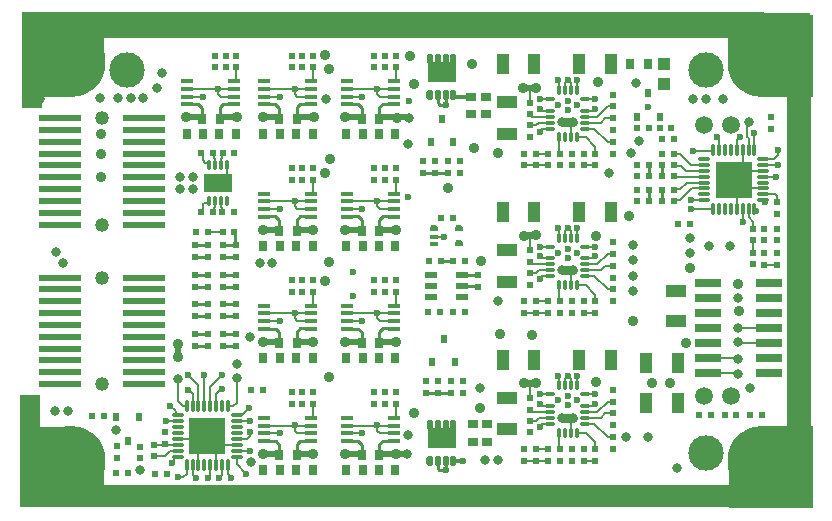
<source format=gbl>
G04 Layer_Physical_Order=10*
G04 Layer_Color=16711680*
%FSLAX25Y25*%
%MOIN*%
G70*
G01*
G75*
G04:AMPARAMS|DCode=14|XSize=11.81mil|YSize=31.5mil|CornerRadius=2.95mil|HoleSize=0mil|Usage=FLASHONLY|Rotation=270.000|XOffset=0mil|YOffset=0mil|HoleType=Round|Shape=RoundedRectangle|*
%AMROUNDEDRECTD14*
21,1,0.01181,0.02559,0,0,270.0*
21,1,0.00591,0.03150,0,0,270.0*
1,1,0.00591,-0.01280,-0.00295*
1,1,0.00591,-0.01280,0.00295*
1,1,0.00591,0.01280,0.00295*
1,1,0.00591,0.01280,-0.00295*
%
%ADD14ROUNDEDRECTD14*%
%ADD17R,0.02756X0.03543*%
%ADD31R,0.02362X0.02362*%
%ADD32R,0.02362X0.02362*%
%ADD35C,0.00787*%
%ADD36C,0.01969*%
%ADD37C,0.00984*%
%ADD39C,0.03150*%
%ADD41R,0.16535X0.24213*%
%ADD42R,0.08169X1.32795*%
%ADD43R,0.27461X0.16535*%
%ADD47C,0.04685*%
%ADD48C,0.11811*%
%ADD49C,0.23622*%
%ADD50C,0.05906*%
%ADD51C,0.03150*%
%ADD52C,0.03543*%
%ADD53C,0.02362*%
%ADD55R,0.06594X0.15354*%
%ADD56R,0.06594X0.21949*%
%ADD57R,0.06594X0.03543*%
%ADD58R,0.03543X0.06594*%
%ADD59R,0.05512X1.32795*%
%ADD60R,0.16535X0.27461*%
%ADD61R,0.25197X0.16535*%
%ADD62R,2.31299X0.04429*%
%ADD63R,2.31496X0.06299*%
%ADD64C,0.02362*%
%ADD71C,0.01181*%
%ADD76R,0.02165X0.03150*%
%ADD77R,0.03937X0.04331*%
%ADD78R,0.03150X0.03543*%
G04:AMPARAMS|DCode=79|XSize=17.72mil|YSize=35.43mil|CornerRadius=4.43mil|HoleSize=0mil|Usage=FLASHONLY|Rotation=0.000|XOffset=0mil|YOffset=0mil|HoleType=Round|Shape=RoundedRectangle|*
%AMROUNDEDRECTD79*
21,1,0.01772,0.02658,0,0,0.0*
21,1,0.00886,0.03543,0,0,0.0*
1,1,0.00886,0.00443,-0.01329*
1,1,0.00886,-0.00443,-0.01329*
1,1,0.00886,-0.00443,0.01329*
1,1,0.00886,0.00443,0.01329*
%
%ADD79ROUNDEDRECTD79*%
%ADD80R,0.09449X0.06693*%
%ADD81R,0.04331X0.06693*%
%ADD82R,0.08661X0.02559*%
G04:AMPARAMS|DCode=83|XSize=15.75mil|YSize=43.31mil|CornerRadius=3.94mil|HoleSize=0mil|Usage=FLASHONLY|Rotation=270.000|XOffset=0mil|YOffset=0mil|HoleType=Round|Shape=RoundedRectangle|*
%AMROUNDEDRECTD83*
21,1,0.01575,0.03543,0,0,270.0*
21,1,0.00787,0.04331,0,0,270.0*
1,1,0.00787,-0.01772,-0.00394*
1,1,0.00787,-0.01772,0.00394*
1,1,0.00787,0.01772,0.00394*
1,1,0.00787,0.01772,-0.00394*
%
%ADD83ROUNDEDRECTD83*%
%ADD84R,0.06693X0.04331*%
G04:AMPARAMS|DCode=85|XSize=11.81mil|YSize=31.5mil|CornerRadius=2.95mil|HoleSize=0mil|Usage=FLASHONLY|Rotation=0.000|XOffset=0mil|YOffset=0mil|HoleType=Round|Shape=RoundedRectangle|*
%AMROUNDEDRECTD85*
21,1,0.01181,0.02559,0,0,0.0*
21,1,0.00591,0.03150,0,0,0.0*
1,1,0.00591,0.00295,-0.01280*
1,1,0.00591,-0.00295,-0.01280*
1,1,0.00591,-0.00295,0.01280*
1,1,0.00591,0.00295,0.01280*
%
%ADD85ROUNDEDRECTD85*%
G04:AMPARAMS|DCode=86|XSize=10.63mil|YSize=17.72mil|CornerRadius=2.66mil|HoleSize=0mil|Usage=FLASHONLY|Rotation=0.000|XOffset=0mil|YOffset=0mil|HoleType=Round|Shape=RoundedRectangle|*
%AMROUNDEDRECTD86*
21,1,0.01063,0.01240,0,0,0.0*
21,1,0.00532,0.01772,0,0,0.0*
1,1,0.00532,0.00266,-0.00620*
1,1,0.00532,-0.00266,-0.00620*
1,1,0.00532,-0.00266,0.00620*
1,1,0.00532,0.00266,0.00620*
%
%ADD86ROUNDEDRECTD86*%
%ADD87R,0.07087X0.03937*%
%ADD88R,0.13976X0.02402*%
%ADD89R,0.03937X0.02165*%
%ADD90R,0.03150X0.01575*%
G04:AMPARAMS|DCode=91|XSize=11.81mil|YSize=39.37mil|CornerRadius=2.95mil|HoleSize=0mil|Usage=FLASHONLY|Rotation=0.000|XOffset=0mil|YOffset=0mil|HoleType=Round|Shape=RoundedRectangle|*
%AMROUNDEDRECTD91*
21,1,0.01181,0.03347,0,0,0.0*
21,1,0.00591,0.03937,0,0,0.0*
1,1,0.00591,0.00295,-0.01673*
1,1,0.00591,-0.00295,-0.01673*
1,1,0.00591,-0.00295,0.01673*
1,1,0.00591,0.00295,0.01673*
%
%ADD91ROUNDEDRECTD91*%
G04:AMPARAMS|DCode=92|XSize=11.81mil|YSize=39.37mil|CornerRadius=2.95mil|HoleSize=0mil|Usage=FLASHONLY|Rotation=90.000|XOffset=0mil|YOffset=0mil|HoleType=Round|Shape=RoundedRectangle|*
%AMROUNDEDRECTD92*
21,1,0.01181,0.03347,0,0,90.0*
21,1,0.00591,0.03937,0,0,90.0*
1,1,0.00591,0.01673,0.00295*
1,1,0.00591,0.01673,-0.00295*
1,1,0.00591,-0.01673,-0.00295*
1,1,0.00591,-0.01673,0.00295*
%
%ADD92ROUNDEDRECTD92*%
%ADD93R,0.12402X0.12402*%
%ADD94R,0.12402X0.12402*%
%ADD95R,0.09449X0.06496*%
%ADD96R,0.03543X0.02756*%
%ADD97R,2.31693X0.08957*%
%ADD98R,2.31693X0.07480*%
D14*
X160067Y110725D02*
D03*
Y112694D02*
D03*
Y114662D02*
D03*
Y116631D02*
D03*
Y120568D02*
D03*
X171879D02*
D03*
Y116631D02*
D03*
Y114662D02*
D03*
Y112694D02*
D03*
Y110725D02*
D03*
X160067Y61513D02*
D03*
Y63481D02*
D03*
Y65450D02*
D03*
Y67418D02*
D03*
Y71355D02*
D03*
X171879D02*
D03*
Y67418D02*
D03*
Y65450D02*
D03*
Y63481D02*
D03*
Y61513D02*
D03*
X160067Y12300D02*
D03*
Y14269D02*
D03*
Y16237D02*
D03*
Y18206D02*
D03*
Y22143D02*
D03*
X171879D02*
D03*
Y18206D02*
D03*
Y16237D02*
D03*
Y14269D02*
D03*
Y12300D02*
D03*
D17*
X50098Y113976D02*
D03*
X44193D02*
D03*
X75689D02*
D03*
X69784D02*
D03*
X103248D02*
D03*
X97342D02*
D03*
X75689Y76575D02*
D03*
X69784D02*
D03*
X103248D02*
D03*
X97342D02*
D03*
X75689Y39173D02*
D03*
X69784D02*
D03*
X103248D02*
D03*
X97342D02*
D03*
X75689Y1772D02*
D03*
X69784D02*
D03*
X103248D02*
D03*
X97342D02*
D03*
X192618Y132185D02*
D03*
X186713D02*
D03*
D31*
X130217Y100000D02*
D03*
Y96063D02*
D03*
X126050Y100000D02*
D03*
Y96063D02*
D03*
X117717Y100000D02*
D03*
Y96063D02*
D03*
X131102Y22638D02*
D03*
Y26575D02*
D03*
X126936Y22638D02*
D03*
Y26575D02*
D03*
X118602Y22638D02*
D03*
Y26575D02*
D03*
X121883Y100000D02*
D03*
Y96063D02*
D03*
X122769Y22638D02*
D03*
Y26575D02*
D03*
X233760Y114469D02*
D03*
Y110531D02*
D03*
X231496Y77362D02*
D03*
Y73425D02*
D03*
X235827Y77362D02*
D03*
Y73425D02*
D03*
X231496Y69291D02*
D03*
Y65354D02*
D03*
X235827D02*
D03*
Y69291D02*
D03*
X74016Y18898D02*
D03*
Y22835D02*
D03*
X101575D02*
D03*
Y18898D02*
D03*
X74016Y56299D02*
D03*
Y60236D02*
D03*
X101575D02*
D03*
Y56299D02*
D03*
X74016Y93701D02*
D03*
Y97638D02*
D03*
X101575D02*
D03*
Y93701D02*
D03*
Y131102D02*
D03*
Y135039D02*
D03*
X74016D02*
D03*
Y131102D02*
D03*
X48425D02*
D03*
Y135039D02*
D03*
X46235Y42323D02*
D03*
Y38386D02*
D03*
X55401D02*
D03*
Y42323D02*
D03*
X46235Y52132D02*
D03*
Y48195D02*
D03*
X55401D02*
D03*
Y52132D02*
D03*
X46235Y61942D02*
D03*
Y58005D02*
D03*
X55401D02*
D03*
Y61942D02*
D03*
Y67815D02*
D03*
Y71752D02*
D03*
X46235D02*
D03*
Y67815D02*
D03*
X153375Y17025D02*
D03*
Y20962D02*
D03*
Y70174D02*
D03*
Y66237D02*
D03*
Y115450D02*
D03*
Y119387D02*
D03*
X167323Y3937D02*
D03*
Y0D02*
D03*
Y49213D02*
D03*
Y53150D02*
D03*
Y102362D02*
D03*
Y98425D02*
D03*
X181102Y7874D02*
D03*
Y3937D02*
D03*
Y53150D02*
D03*
Y57087D02*
D03*
Y106299D02*
D03*
Y102362D02*
D03*
X153375Y9446D02*
D03*
Y13383D02*
D03*
Y62595D02*
D03*
Y58658D02*
D03*
Y107871D02*
D03*
Y111808D02*
D03*
X159449Y0D02*
D03*
Y3937D02*
D03*
Y53150D02*
D03*
Y49213D02*
D03*
Y98425D02*
D03*
Y102362D02*
D03*
X81102Y22835D02*
D03*
Y18898D02*
D03*
X108661D02*
D03*
Y22835D02*
D03*
X81102Y60236D02*
D03*
Y56299D02*
D03*
X108661D02*
D03*
Y60236D02*
D03*
X81102Y97638D02*
D03*
Y93701D02*
D03*
X108661D02*
D03*
Y97638D02*
D03*
Y135039D02*
D03*
Y131102D02*
D03*
X81102D02*
D03*
Y135039D02*
D03*
X55512D02*
D03*
Y131102D02*
D03*
X77559Y18898D02*
D03*
Y22835D02*
D03*
X105118D02*
D03*
Y18898D02*
D03*
X77559Y56299D02*
D03*
Y60236D02*
D03*
X105118D02*
D03*
Y56299D02*
D03*
X77559Y93701D02*
D03*
Y97638D02*
D03*
X105118D02*
D03*
Y93701D02*
D03*
Y131102D02*
D03*
Y135039D02*
D03*
X77559D02*
D03*
Y131102D02*
D03*
X51968D02*
D03*
Y135039D02*
D03*
X41769Y42323D02*
D03*
Y38386D02*
D03*
X50935D02*
D03*
Y42323D02*
D03*
X41769Y52132D02*
D03*
Y48195D02*
D03*
X50935D02*
D03*
Y52132D02*
D03*
X41769Y61942D02*
D03*
Y58005D02*
D03*
X50935D02*
D03*
Y61942D02*
D03*
Y67815D02*
D03*
Y71752D02*
D03*
X41769D02*
D03*
Y67815D02*
D03*
X181102Y23622D02*
D03*
Y19685D02*
D03*
Y68898D02*
D03*
Y72835D02*
D03*
Y122047D02*
D03*
Y118110D02*
D03*
X155512Y3937D02*
D03*
Y0D02*
D03*
Y49213D02*
D03*
Y53150D02*
D03*
Y102362D02*
D03*
Y98425D02*
D03*
X163386Y0D02*
D03*
Y3937D02*
D03*
Y53150D02*
D03*
Y49213D02*
D03*
Y98425D02*
D03*
Y102362D02*
D03*
X171260Y0D02*
D03*
Y3937D02*
D03*
Y53150D02*
D03*
Y49213D02*
D03*
Y98425D02*
D03*
Y102362D02*
D03*
X135925Y58071D02*
D03*
Y62008D02*
D03*
X175197Y0D02*
D03*
Y3937D02*
D03*
Y53150D02*
D03*
Y49213D02*
D03*
Y98425D02*
D03*
Y102362D02*
D03*
X181102Y15748D02*
D03*
Y11811D02*
D03*
Y61024D02*
D03*
Y64961D02*
D03*
Y114173D02*
D03*
Y110236D02*
D03*
X151575Y3937D02*
D03*
Y0D02*
D03*
Y49213D02*
D03*
Y53150D02*
D03*
Y102362D02*
D03*
Y98425D02*
D03*
X235827Y86122D02*
D03*
Y82185D02*
D03*
X23425Y787D02*
D03*
Y4724D02*
D03*
X15650Y4823D02*
D03*
Y886D02*
D03*
X227854Y69390D02*
D03*
Y65453D02*
D03*
X227756Y77362D02*
D03*
Y73425D02*
D03*
X31693Y9646D02*
D03*
Y5709D02*
D03*
X28150Y5413D02*
D03*
Y1476D02*
D03*
D32*
X47736Y102559D02*
D03*
X43799D02*
D03*
Y82874D02*
D03*
X47736D02*
D03*
X50886D02*
D03*
X54823D02*
D03*
X54921Y102559D02*
D03*
X50984D02*
D03*
X201378Y107087D02*
D03*
X197441D02*
D03*
X202854Y79035D02*
D03*
X206791D02*
D03*
X7480Y14764D02*
D03*
X11417D02*
D03*
X218307Y15354D02*
D03*
X222244D02*
D03*
X213779Y15354D02*
D03*
X209842D02*
D03*
X230709Y15354D02*
D03*
X226772D02*
D03*
X131595Y66437D02*
D03*
X127657D02*
D03*
X193110Y86417D02*
D03*
X189173D02*
D03*
X201378D02*
D03*
X197441D02*
D03*
X193110Y90158D02*
D03*
X189173D02*
D03*
X201378D02*
D03*
X197441D02*
D03*
X193110Y94882D02*
D03*
X189173D02*
D03*
X201378D02*
D03*
X197441D02*
D03*
Y102362D02*
D03*
X201378D02*
D03*
Y98622D02*
D03*
X197441D02*
D03*
X193110D02*
D03*
X189173D02*
D03*
X42224Y76279D02*
D03*
X46161D02*
D03*
X15453Y-4232D02*
D03*
X19390D02*
D03*
X60335Y23720D02*
D03*
X64272D02*
D03*
X127756Y80807D02*
D03*
X123819D02*
D03*
X119685Y66437D02*
D03*
X123622D02*
D03*
X119587Y49705D02*
D03*
X123524D02*
D03*
X54921Y76279D02*
D03*
X50984D02*
D03*
X127657Y49705D02*
D03*
X131595D02*
D03*
X196653Y110925D02*
D03*
X200590D02*
D03*
X189173Y110925D02*
D03*
X193110D02*
D03*
X28346Y-4331D02*
D03*
X32283D02*
D03*
D35*
X231496Y65354D02*
X235827D01*
X49409Y123917D02*
X54921D01*
X102559D02*
X108071D01*
X75000D02*
X80512D01*
X20866Y33465D02*
X24626D01*
X18996Y37402D02*
X24626D01*
X34547Y1378D02*
X36024D01*
X37894Y-5512D02*
X38976Y-4429D01*
Y-1575D01*
X40945Y-4626D02*
X41831Y-5512D01*
X40945Y-4626D02*
Y-1575D01*
X32185Y13189D02*
X36024D01*
X33563Y18307D02*
X35433Y16437D01*
Y15157D02*
Y16437D01*
Y15157D02*
X36024D01*
X35925Y27362D02*
X36122Y27165D01*
Y19882D02*
Y27165D01*
Y19882D02*
X37894Y18110D01*
X38976D01*
X28150Y1476D02*
X31594D01*
X33465Y3347D01*
X36024D01*
X28248Y5315D02*
X36024D01*
X42913Y-1575D02*
Y5315D01*
X36024Y7283D02*
X44882D01*
X236122Y101969D02*
Y103445D01*
X234744Y100591D02*
X236122Y101969D01*
X231201Y100591D02*
X234744D01*
X155020Y123917D02*
X155315D01*
X153375Y20962D02*
Y25858D01*
Y74705D02*
X155315D01*
X153375Y70174D02*
Y74705D01*
X224311Y79429D02*
Y83858D01*
X227854Y69390D02*
Y73327D01*
X227756Y77362D02*
Y79626D01*
X226279Y81102D02*
X227756Y79626D01*
X226279Y81102D02*
Y83858D01*
X231201Y94685D02*
X235236D01*
X222342Y106988D02*
X223327Y107972D01*
X222342Y103543D02*
Y106988D01*
X224311Y96653D02*
Y103543D01*
X221358Y93701D02*
X224311Y96653D01*
X231201D01*
X235827Y85532D02*
Y88090D01*
X235138Y88779D02*
X235827Y88090D01*
X231201Y88779D02*
X235138D01*
X222342Y83858D02*
Y92716D01*
X224311Y90748D02*
X231201D01*
X55709Y13189D02*
X60335D01*
X59646Y17421D02*
Y17618D01*
X57382Y15157D02*
X59646Y17421D01*
X55709Y15157D02*
X57382D01*
X48819Y5315D02*
X55709D01*
X45866Y8268D02*
X48819Y5315D01*
Y-1575D02*
Y5315D01*
X64764Y9154D02*
X70177D01*
X55709Y19291D02*
Y27657D01*
X54528Y18110D02*
X55709Y19291D01*
X52756Y18110D02*
X54528D01*
X55709Y-1181D02*
X58858Y-4331D01*
X55709Y-1181D02*
Y1378D01*
X52756Y-4528D02*
X53839Y-5610D01*
X52756Y-4528D02*
Y-1575D01*
X49803Y-5610D02*
X50787Y-4626D01*
Y-1575D01*
X153375Y119387D02*
Y124114D01*
X179331Y68898D02*
X181102D01*
X155512Y102362D02*
X159449D01*
X155512Y53150D02*
X159449D01*
X155512Y3937D02*
X159449D01*
X163020Y53515D02*
Y58560D01*
X166957Y111249D02*
X168110Y112402D01*
X166957Y107773D02*
Y111249D01*
X163020Y102728D02*
Y107773D01*
X155512Y98425D02*
X159449D01*
X151575D02*
X155512D01*
X156595Y109744D02*
X157576Y110725D01*
X160067D01*
X156296Y112694D02*
X160067D01*
X155410Y111808D02*
X156296Y112694D01*
X153375Y111808D02*
X155410D01*
X179331Y118110D02*
X181102D01*
X175883Y114662D02*
X179331Y118110D01*
X171879Y114662D02*
X175883D01*
X178543Y114173D02*
X181102D01*
X177064Y112694D02*
X178543Y114173D01*
X171879Y112694D02*
X177064D01*
X179331Y106299D02*
X181102D01*
X174905Y110725D02*
X179331Y106299D01*
X171879Y110725D02*
X174905D01*
X175197Y102362D02*
Y104626D01*
X172050Y107773D02*
X175197Y104626D01*
X168926Y107773D02*
X172050D01*
X154162Y114662D02*
X160067D01*
X164989Y125815D02*
X165945Y126772D01*
X164989Y123521D02*
Y125815D01*
X165945Y126772D02*
X166957Y125759D01*
Y123521D02*
Y125759D01*
X168926Y123521D02*
Y126504D01*
X163020Y123521D02*
Y126448D01*
X157385Y116631D02*
X160067D01*
X171879D02*
X174505D01*
X171879Y120568D02*
X175194D01*
X156696D02*
X160067D01*
X166957Y62036D02*
X168110Y63189D01*
X166957Y58560D02*
Y62036D01*
X155512Y49213D02*
X159449D01*
X151575D02*
X155512D01*
X156595Y60532D02*
X157576Y61513D01*
X160067D01*
X156296Y63481D02*
X160067D01*
X155410Y62595D02*
X156296Y63481D01*
X153375Y62595D02*
X155410D01*
X175883Y65450D02*
X179331Y68898D01*
X171879Y65450D02*
X175883D01*
X178543Y64961D02*
X181102D01*
X177064Y63481D02*
X178543Y64961D01*
X171879Y63481D02*
X177064D01*
X179331Y57087D02*
X181102D01*
X174905Y61513D02*
X179331Y57087D01*
X171879Y61513D02*
X174905D01*
X175197Y53150D02*
Y55413D01*
X172050Y58560D02*
X175197Y55413D01*
X168926Y58560D02*
X172050D01*
X154162Y65450D02*
X160067D01*
X164989Y76603D02*
X165945Y77559D01*
X164989Y74308D02*
Y76603D01*
X165945Y77559D02*
X166957Y76547D01*
Y74308D02*
Y76547D01*
X168926Y74308D02*
Y77292D01*
X163020Y74308D02*
Y77236D01*
X157385Y67418D02*
X160067D01*
X171879D02*
X174505D01*
X171879Y71355D02*
X175194D01*
X156696D02*
X160067D01*
X39173Y121358D02*
X44390D01*
X50295D02*
X54921D01*
X39173Y123917D02*
X49409D01*
Y124016D01*
Y122244D02*
Y123917D01*
Y122244D02*
X50295Y121358D01*
X55512Y127067D02*
Y131102D01*
X54921Y126476D02*
X55512Y127067D01*
X64764Y121358D02*
X69980D01*
X75886D02*
X80512D01*
X75000Y123917D02*
Y124016D01*
X64764Y123917D02*
X75000D01*
Y122244D02*
Y123917D01*
Y122244D02*
X75886Y121358D01*
X81102Y127067D02*
Y131102D01*
X80512Y126476D02*
X81102Y127067D01*
X92323Y121358D02*
X97539D01*
X103445D02*
X108071D01*
X102559Y123917D02*
Y124016D01*
X92323Y123917D02*
X102559D01*
Y122244D02*
Y123917D01*
Y122244D02*
X103445Y121358D01*
X108661Y127067D02*
Y131102D01*
X108071Y126476D02*
X108661Y127067D01*
X64764Y83957D02*
X69980D01*
X75000Y86516D02*
X80512D01*
X75886Y83957D02*
X80512D01*
X75000Y86516D02*
Y86614D01*
X64764Y86516D02*
X75000D01*
Y84842D02*
Y86516D01*
Y84842D02*
X75886Y83957D01*
X81102Y89665D02*
Y93701D01*
X80512Y89075D02*
X81102Y89665D01*
X92323Y83957D02*
X97539D01*
X102559Y86516D02*
X108071D01*
X103445Y83957D02*
X108071D01*
X102559Y86516D02*
Y86614D01*
X92323Y86516D02*
X102559D01*
Y84842D02*
Y86516D01*
Y84842D02*
X103445Y83957D01*
X108661Y89665D02*
Y93701D01*
X108071Y89075D02*
X108661Y89665D01*
X92323Y46555D02*
X97539D01*
X102559Y49114D02*
X108071D01*
X103445Y46555D02*
X108071D01*
X102559Y47441D02*
X103445Y46555D01*
X102559Y49114D02*
Y49213D01*
X92323Y49114D02*
X102559D01*
Y47441D02*
Y49114D01*
X108661Y52264D02*
Y56299D01*
X108071Y51673D02*
X108661Y52264D01*
X64764Y46555D02*
X69980D01*
X75000Y49114D02*
X80512D01*
X75886Y46555D02*
X80512D01*
X75000Y47441D02*
X75886Y46555D01*
X75000Y49114D02*
Y49213D01*
Y47441D02*
Y49114D01*
X64764D02*
X75000D01*
X81102Y52264D02*
Y56299D01*
X80512Y51673D02*
X81102Y52264D01*
X75000Y11713D02*
X80512D01*
X75886Y9154D02*
X80512D01*
X75000Y11713D02*
Y11811D01*
X64764Y11713D02*
X75000D01*
Y10039D02*
Y11713D01*
Y10039D02*
X75886Y9154D01*
X81102Y14862D02*
Y18898D01*
X80512Y14272D02*
X81102Y14862D01*
X108071Y14272D02*
X108661Y14862D01*
Y18898D01*
X92323Y9154D02*
X97539D01*
X102559Y11713D02*
X108071D01*
X92323D02*
X102559D01*
Y11811D01*
Y10039D02*
Y11713D01*
Y10039D02*
X103445Y9154D01*
X108071D01*
X-6988Y41339D02*
X-3366D01*
Y45276D02*
X-3347D01*
X-394Y49311D02*
X-295Y49213D01*
X-3366D02*
X-295D01*
X-3366Y53150D02*
X0D01*
X24626Y37402D02*
X27953D01*
X24626Y33465D02*
X29921D01*
X44882Y18110D02*
Y28445D01*
X48819Y18110D02*
Y22244D01*
X50394Y23819D01*
X46850Y18110D02*
Y24705D01*
X50394Y28248D01*
Y23819D02*
X50591D01*
X50689D01*
X50394Y28248D02*
X50591D01*
X38976Y23819D02*
X39272D01*
X40945Y22146D01*
Y18110D02*
Y22146D01*
X38976Y28248D02*
X39862D01*
X42913Y25197D01*
Y18110D02*
Y25197D01*
X201476Y94685D02*
X211516D01*
X207579Y103150D02*
X214567D01*
X216437Y103543D02*
Y107382D01*
X215846Y107972D02*
X216437Y107382D01*
X207087Y83858D02*
X214469D01*
X207087Y86811D02*
X211516D01*
X201378Y102362D02*
X203445D01*
X207185Y98622D01*
X211516D01*
X201378Y98327D02*
X203642D01*
X205315Y96653D01*
X211516D01*
X203543Y90551D02*
X205709Y92716D01*
X211516D01*
X203346Y86811D02*
X207283Y90748D01*
X211516D01*
X201378Y86811D02*
X203346D01*
X201378Y90551D02*
X203543D01*
X156696Y22143D02*
X160067D01*
X171879D02*
X175194D01*
X171879Y18206D02*
X174505D01*
X157385D02*
X160067D01*
X163020Y25095D02*
Y28023D01*
X168926Y25095D02*
Y28079D01*
X166957Y25095D02*
Y27334D01*
X165945Y28346D02*
X166957Y27334D01*
X164989Y25095D02*
Y27390D01*
X165945Y28346D01*
X154162Y16237D02*
X160067D01*
X168926Y9347D02*
X172050D01*
X175197Y6201D01*
Y3937D02*
Y6201D01*
X171879Y12300D02*
X174905D01*
X179331Y7874D01*
X181102D01*
X171879Y14269D02*
X177064D01*
X178543Y15748D01*
X181102D01*
X171879Y16237D02*
X175883D01*
X179331Y19685D01*
X181102D01*
X153375Y13383D02*
X155410D01*
X156296Y14269D01*
X160067D01*
X157576Y12300D02*
X160067D01*
X156595Y11319D02*
X157576Y12300D01*
X151575Y0D02*
X155512D01*
X159449D01*
X163020Y4303D02*
Y9347D01*
X166957D02*
Y12823D01*
X168110Y13976D01*
X121358Y74705D02*
X124803D01*
X228248Y103543D02*
Y109055D01*
X228248Y109055D02*
X228248Y109055D01*
X231201Y98622D02*
X236122D01*
X171260Y98425D02*
X175197D01*
X171260Y49213D02*
X175197D01*
X171260Y0D02*
X175197D01*
X226279Y103543D02*
Y107480D01*
X225886Y107874D02*
X226279Y107480D01*
X225886Y107874D02*
Y112697D01*
X55709Y3347D02*
X59842D01*
X60236Y3740D01*
X212598Y34095D02*
X222697D01*
X222835Y44094D02*
X233071D01*
X222756Y39094D02*
X233071D01*
X-3366Y57087D02*
X1476D01*
X1575D01*
X212598Y29094D02*
X222776D01*
X46850Y-4724D02*
Y-1575D01*
X45965Y-5610D02*
X46850Y-4724D01*
X36024Y-5512D02*
X37894D01*
X34547Y1378D02*
X34744Y1181D01*
X34252Y-886D02*
X34744Y-394D01*
Y1181D01*
X55709Y7283D02*
X59252D01*
X60138Y8169D01*
Y9252D01*
X50591Y100886D02*
Y102165D01*
X46161Y76279D02*
X50984D01*
X52264Y94291D02*
Y98327D01*
X50295Y100591D02*
X50591Y100886D01*
X50295Y98524D02*
Y100591D01*
X48031Y100886D02*
Y102264D01*
Y100886D02*
X48327Y100591D01*
Y98524D02*
Y100591D01*
X44291Y100197D02*
Y102067D01*
Y100197D02*
X45177Y99311D01*
X46260Y99311D01*
X48031Y83169D02*
Y84449D01*
X48327Y84744D01*
Y86713D01*
X50295Y84744D02*
Y86221D01*
Y84744D02*
X50591Y84449D01*
Y83169D02*
Y84449D01*
X44291Y83366D02*
Y85433D01*
X44882Y86024D01*
X46358Y86024D01*
D36*
X151181Y124311D02*
X155315D01*
X36122Y34744D02*
Y38780D01*
X76181Y114469D02*
X76378Y114272D01*
X103740Y39665D02*
X108661D01*
X103740Y77067D02*
X108661D01*
Y2264D02*
X112500D01*
X103740D02*
X108661D01*
Y114469D02*
X108760Y114567D01*
X103740Y114469D02*
X108661D01*
X39075D02*
X43701D01*
X64665D02*
X69291D01*
X92224D02*
X96850D01*
X76181Y77067D02*
X81102D01*
X64665D02*
X69291D01*
X92224D02*
X96850D01*
X92224Y39665D02*
X96850D01*
X76181D02*
X81102D01*
X64665D02*
X69291D01*
X76181Y2264D02*
X81102D01*
X64665D02*
X69291D01*
X92224D02*
X96850D01*
X108760Y114567D02*
X112303D01*
X50590Y114469D02*
X50689Y114567D01*
X55807D01*
X76673D02*
X81398D01*
X76378Y114272D02*
X76673Y114567D01*
D37*
X123524Y118602D02*
X125295D01*
X122736Y119390D02*
X123524Y118602D01*
X125295Y119390D02*
Y121949D01*
X96161Y6594D02*
X97342Y5413D01*
X92323Y6594D02*
X96161D01*
Y43996D02*
X97342Y42815D01*
X92323Y43996D02*
X96161D01*
X68602D02*
X69784Y42815D01*
X64764Y43996D02*
X68602D01*
Y6594D02*
X69784Y5413D01*
X64764Y6594D02*
X68602D01*
X123228Y-3150D02*
X125295D01*
X122736Y-2657D02*
X123228Y-3150D01*
X123622Y66437D02*
X127657D01*
X130709Y58169D02*
X135827D01*
X130709Y61910D02*
X135827D01*
X44193Y113976D02*
Y117618D01*
X42815Y118996D02*
X44193Y117618D01*
X39370Y118996D02*
X42815D01*
X39173Y118799D02*
X39370Y118996D01*
X51181Y118898D02*
X54823D01*
X50098Y117815D02*
X51181Y118898D01*
X50098Y113976D02*
Y117815D01*
X69784Y113976D02*
Y117618D01*
X68405Y118996D02*
X69784Y117618D01*
X64961Y118996D02*
X68405D01*
X64764Y118799D02*
X64961Y118996D01*
X76772Y118898D02*
X80413D01*
X75689Y117815D02*
X76772Y118898D01*
X75689Y113976D02*
Y117815D01*
X97342Y113976D02*
Y117618D01*
X95965Y118996D02*
X97342Y117618D01*
X92520Y118996D02*
X95965D01*
X92323Y118799D02*
X92520Y118996D01*
X104331Y118898D02*
X107973D01*
X103248Y117815D02*
X104331Y118898D01*
X103248Y113976D02*
Y117815D01*
X69784Y76575D02*
Y80216D01*
X68405Y81595D02*
X69784Y80216D01*
X64961Y81595D02*
X68405D01*
X64764Y81398D02*
X64961Y81595D01*
X76772Y81496D02*
X80413D01*
X75689Y80413D02*
X76772Y81496D01*
X75689Y76575D02*
Y80413D01*
X97342Y76575D02*
Y80216D01*
X95965Y81595D02*
X97342Y80216D01*
X92520Y81595D02*
X95965D01*
X92323Y81398D02*
X92520Y81595D01*
X104331Y81496D02*
X107973D01*
X103248Y80413D02*
X104331Y81496D01*
X103248Y76575D02*
Y80413D01*
X97342Y39173D02*
Y42815D01*
X104331Y44094D02*
X107973D01*
X103248Y43012D02*
X104331Y44094D01*
X103248Y39173D02*
Y43012D01*
X69784Y39173D02*
Y42815D01*
X76772Y44094D02*
X80413D01*
X75689Y43012D02*
X76772Y44094D01*
X75689Y39173D02*
Y43012D01*
X69784Y1772D02*
Y5413D01*
X76772Y6693D02*
X80413D01*
X75689Y5610D02*
X76772Y6693D01*
X75689Y1772D02*
Y5610D01*
X104331Y6693D02*
X107973D01*
X103248Y5610D02*
X104331Y6693D01*
X103248Y1772D02*
Y5610D01*
X97342Y1772D02*
Y5413D01*
X41769Y67815D02*
X46235D01*
X50935D02*
X55401D01*
X50935Y58005D02*
X55401D01*
X41769D02*
X46235D01*
X41769Y48195D02*
X46235D01*
X50935D02*
X55401D01*
X50935Y38386D02*
X55401D01*
X41769D02*
X46235D01*
X41769Y71752D02*
X46235D01*
X50935D02*
X55204D01*
X50935Y61942D02*
X55401D01*
X41769D02*
X46235D01*
X50935Y52132D02*
X55401D01*
X50935Y42323D02*
X55401D01*
X41769D02*
X46235D01*
X41769Y52132D02*
X46235D01*
X193110Y94882D02*
Y98622D01*
X193110Y86417D02*
Y90158D01*
X197441Y94882D02*
Y98622D01*
X197441Y86417D02*
Y90158D01*
X122736Y-2657D02*
Y-98D01*
X125295Y-3150D02*
Y-98D01*
X122736Y119390D02*
Y121949D01*
X118602Y22638D02*
X122769D01*
X126936D01*
X117717Y96063D02*
X121883D01*
X126050D01*
X55204Y71752D02*
Y75800D01*
D39*
X164173Y112795D02*
X167815D01*
X164173Y63583D02*
X167815D01*
X164173Y14370D02*
X167815D01*
D41*
X-8366Y-689D02*
D03*
Y-3248D02*
D03*
D42*
X243160Y66476D02*
D03*
D43*
X-2116Y-7185D02*
D03*
Y141240D02*
D03*
X233317Y-7579D02*
D03*
X233219Y141043D02*
D03*
D47*
X10630Y61024D02*
D03*
Y25591D02*
D03*
Y78740D02*
D03*
Y114173D02*
D03*
D48*
X19153Y130177D02*
D03*
X212067Y2618D02*
D03*
Y130177D02*
D03*
D49*
X231221Y0D02*
D03*
Y132795D02*
D03*
X0D02*
D03*
Y0D02*
D03*
D50*
X220295Y111909D02*
D03*
Y21437D02*
D03*
X211398D02*
D03*
Y111909D02*
D03*
D51*
X222835Y54134D02*
D03*
X202362Y-2461D02*
D03*
X187697Y61516D02*
D03*
X136811Y24114D02*
D03*
X138484Y197D02*
D03*
X10039Y120965D02*
D03*
X16240Y120768D02*
D03*
X20374Y120866D02*
D03*
X59941Y41240D02*
D03*
X220079Y71653D02*
D03*
X213189Y71555D02*
D03*
X189862Y106693D02*
D03*
X55709Y32087D02*
D03*
X35925Y27362D02*
D03*
X55709Y27657D02*
D03*
X222736Y39469D02*
D03*
X222835Y33858D02*
D03*
X24508Y120866D02*
D03*
X67323Y65945D02*
D03*
X63386D02*
D03*
X112500Y2264D02*
D03*
X212008Y120571D02*
D03*
X207874D02*
D03*
X167815Y112795D02*
D03*
X164173D02*
D03*
X167815Y63583D02*
D03*
X164173D02*
D03*
X142913Y53347D02*
D03*
X-689Y16535D02*
D03*
X28937Y124213D02*
D03*
X217618Y120571D02*
D03*
X14469Y142421D02*
D03*
X-4823Y16634D02*
D03*
X15453Y10236D02*
D03*
X212008Y-9744D02*
D03*
X240945Y113189D02*
D03*
X217421Y142421D02*
D03*
X-9744Y120669D02*
D03*
X240846Y12598D02*
D03*
X142717Y197D02*
D03*
X164173Y14370D02*
D03*
X167815D02*
D03*
X192815Y7874D02*
D03*
X188779Y125787D02*
D03*
X187697Y56673D02*
D03*
Y66923D02*
D03*
X187008Y102461D02*
D03*
X206693Y74213D02*
D03*
X179626Y95965D02*
D03*
X187697Y72047D02*
D03*
X112795Y8465D02*
D03*
X85433Y120571D02*
D03*
X30610Y129232D02*
D03*
X112992Y114370D02*
D03*
X226378Y112992D02*
D03*
X122343Y142421D02*
D03*
X23327Y-3248D02*
D03*
X60532Y-492D02*
D03*
X226673Y24409D02*
D03*
X222835Y44094D02*
D03*
X-4626Y69587D02*
D03*
X-2165Y65847D02*
D03*
X185433Y7874D02*
D03*
X206693Y69193D02*
D03*
X222835Y29035D02*
D03*
X184646Y142618D02*
D03*
X40945Y90551D02*
D03*
X36909Y90453D02*
D03*
X40945Y94488D02*
D03*
X36909D02*
D03*
X10925Y-9744D02*
D03*
X112795Y105512D02*
D03*
D52*
X222933Y50000D02*
D03*
X86614Y100689D02*
D03*
X85138Y95866D02*
D03*
X222835Y58858D02*
D03*
X36122Y38780D02*
D03*
X108661Y39665D02*
D03*
Y77067D02*
D03*
X176181Y126181D02*
D03*
X10531Y109055D02*
D03*
Y102264D02*
D03*
X205315Y39272D02*
D03*
X200098Y25886D02*
D03*
X36122Y34744D02*
D03*
X134843Y104134D02*
D03*
X142913Y102559D02*
D03*
X155315Y124311D02*
D03*
X175295Y75000D02*
D03*
X155315Y75098D02*
D03*
X38681Y114469D02*
D03*
X64272D02*
D03*
X91831D02*
D03*
X81102Y77067D02*
D03*
X64272D02*
D03*
X91831D02*
D03*
Y39665D02*
D03*
X81102D02*
D03*
X64272D02*
D03*
X81102Y2264D02*
D03*
X64272D02*
D03*
X91831D02*
D03*
X108661D02*
D03*
X143307Y42323D02*
D03*
X133957Y132283D02*
D03*
X86319Y66240D02*
D03*
X113287Y135039D02*
D03*
X155315Y25886D02*
D03*
X175295Y26181D02*
D03*
X154134Y41831D02*
D03*
X194193Y25886D02*
D03*
X187697Y46654D02*
D03*
X206693Y64173D02*
D03*
X114862Y15748D02*
D03*
Y125689D02*
D03*
X55807Y114469D02*
D03*
X81398Y114567D02*
D03*
X109153Y114370D02*
D03*
X151181Y124311D02*
D03*
X137106Y66732D02*
D03*
X151378Y25886D02*
D03*
X151279Y75000D02*
D03*
X10433Y94587D02*
D03*
X84941Y59941D02*
D03*
X86417Y130610D02*
D03*
X85236Y135236D02*
D03*
X186516Y81595D02*
D03*
X136811Y17618D02*
D03*
X86319Y27953D02*
D03*
X126083Y90847D02*
D03*
D53*
X192913Y117815D02*
D03*
X112992Y119980D02*
D03*
X112795Y87894D02*
D03*
X125295Y-3051D02*
D03*
X27067Y45276D02*
D03*
X25098Y41339D02*
D03*
X20866Y33465D02*
D03*
X18996Y37402D02*
D03*
X28346D02*
D03*
X18996Y25591D02*
D03*
X29921Y29528D02*
D03*
X125295Y118602D02*
D03*
X28346Y-4331D02*
D03*
X32283Y-4331D02*
D03*
X42028Y-5610D02*
D03*
X32185Y13189D02*
D03*
X33563Y18307D02*
D03*
X31693Y9646D02*
D03*
X28150Y1476D02*
D03*
X154331Y133268D02*
D03*
X15650Y886D02*
D03*
Y4823D02*
D03*
X15551Y14469D02*
D03*
X23031D02*
D03*
X19291Y6594D02*
D03*
X23425Y787D02*
D03*
Y4724D02*
D03*
X192913Y122441D02*
D03*
X196653Y114272D02*
D03*
X224311Y79429D02*
D03*
X202854Y19291D02*
D03*
Y32480D02*
D03*
X192224D02*
D03*
Y19291D02*
D03*
X227756Y73425D02*
D03*
X227854Y65453D02*
D03*
X223425Y108071D02*
D03*
X235433Y94685D02*
D03*
X225689Y98130D02*
D03*
X207874Y103150D02*
D03*
X216831Y89173D02*
D03*
X236122Y98622D02*
D03*
X228839Y83169D02*
D03*
X231890Y86221D02*
D03*
X235827Y82185D02*
D03*
Y86122D02*
D03*
X189173Y110925D02*
D03*
X196653Y110925D02*
D03*
X200590D02*
D03*
X193110Y110925D02*
D03*
X189173Y114272D02*
D03*
X59646Y17618D02*
D03*
X41634Y4035D02*
D03*
X50098Y12402D02*
D03*
X70177Y9154D02*
D03*
X60236Y3150D02*
D03*
X60039Y13287D02*
D03*
X58858Y-4331D02*
D03*
X21654Y57087D02*
D03*
X49803Y-5610D02*
D03*
X53839D02*
D03*
X26772Y114173D02*
D03*
X30217D02*
D03*
X2067D02*
D03*
X181102Y68898D02*
D03*
X167323Y102362D02*
D03*
Y98425D02*
D03*
X163386D02*
D03*
X167323Y49213D02*
D03*
Y53150D02*
D03*
X163386D02*
D03*
Y49213D02*
D03*
X168996Y118602D02*
D03*
X162894D02*
D03*
X163386Y102362D02*
D03*
X156595Y109744D02*
D03*
X175197Y102362D02*
D03*
X165945Y126772D02*
D03*
X144291Y132087D02*
D03*
X175197Y120571D02*
D03*
X169193Y126772D02*
D03*
X153375Y107871D02*
D03*
Y115450D02*
D03*
Y111808D02*
D03*
X165973Y116847D02*
D03*
Y119879D02*
D03*
X162697Y126772D02*
D03*
X181102Y122047D02*
D03*
Y118110D02*
D03*
Y102362D02*
D03*
Y106299D02*
D03*
Y110236D02*
D03*
Y114173D02*
D03*
X151575Y102362D02*
D03*
X159449D02*
D03*
X155512Y98425D02*
D03*
X171260Y102362D02*
D03*
Y98425D02*
D03*
X156693Y120571D02*
D03*
Y117323D02*
D03*
X175197D02*
D03*
X145669Y108858D02*
D03*
Y119488D02*
D03*
X180512Y132087D02*
D03*
X169882D02*
D03*
X168996Y69390D02*
D03*
X162894D02*
D03*
X156595Y60532D02*
D03*
X175197Y53150D02*
D03*
X165945Y77559D02*
D03*
X144291Y82874D02*
D03*
X154921D02*
D03*
X175197Y71358D02*
D03*
X169193Y77559D02*
D03*
X153375Y58658D02*
D03*
Y66237D02*
D03*
Y62595D02*
D03*
X165973Y67635D02*
D03*
Y70666D02*
D03*
X162697Y77559D02*
D03*
X181102Y72835D02*
D03*
Y53150D02*
D03*
Y57087D02*
D03*
Y61024D02*
D03*
Y64961D02*
D03*
X151575Y53150D02*
D03*
X159449D02*
D03*
X155512Y49213D02*
D03*
X171260Y53150D02*
D03*
Y49213D02*
D03*
X156693Y71358D02*
D03*
Y68110D02*
D03*
X175197D02*
D03*
X145669Y59646D02*
D03*
Y70276D02*
D03*
X180512Y82874D02*
D03*
X169882D02*
D03*
X108661Y22835D02*
D03*
X48425Y135039D02*
D03*
Y131102D02*
D03*
X49902Y109055D02*
D03*
X55413D02*
D03*
X44488Y109055D02*
D03*
X38976D02*
D03*
X55512Y131102D02*
D03*
Y135039D02*
D03*
X51968D02*
D03*
Y131102D02*
D03*
X44390Y121358D02*
D03*
X49409Y124016D02*
D03*
X74016Y135039D02*
D03*
Y131102D02*
D03*
X75492Y109055D02*
D03*
X81004D02*
D03*
X70079Y109055D02*
D03*
X64567D02*
D03*
X81102Y131102D02*
D03*
Y135039D02*
D03*
X77559D02*
D03*
Y131102D02*
D03*
X69980Y121358D02*
D03*
X75000Y124016D02*
D03*
X101575Y135039D02*
D03*
Y131102D02*
D03*
X103051Y109055D02*
D03*
X108563D02*
D03*
X97638Y109055D02*
D03*
X92126D02*
D03*
X108661Y131102D02*
D03*
Y135039D02*
D03*
X105118D02*
D03*
Y131102D02*
D03*
X97539Y121358D02*
D03*
X102559Y124016D02*
D03*
X74016Y97638D02*
D03*
Y93701D02*
D03*
X75492Y71653D02*
D03*
X81004D02*
D03*
X70079Y71653D02*
D03*
X64567D02*
D03*
X81102Y93701D02*
D03*
Y97638D02*
D03*
X77559D02*
D03*
Y93701D02*
D03*
X69980Y83957D02*
D03*
X75000Y86614D02*
D03*
X101575Y97638D02*
D03*
Y93701D02*
D03*
X103051Y71653D02*
D03*
X108563D02*
D03*
X97638Y71653D02*
D03*
X92126D02*
D03*
X108661Y93701D02*
D03*
Y97638D02*
D03*
X105118D02*
D03*
Y93701D02*
D03*
X97539Y83957D02*
D03*
X102559Y86614D02*
D03*
X101575Y60236D02*
D03*
Y56299D02*
D03*
X103051Y34252D02*
D03*
X108563D02*
D03*
X97638Y34252D02*
D03*
X92126D02*
D03*
X108661Y56299D02*
D03*
Y60236D02*
D03*
X105118D02*
D03*
Y56299D02*
D03*
X97539Y46555D02*
D03*
X102559Y49213D02*
D03*
X74016Y60236D02*
D03*
Y56299D02*
D03*
X75492Y34252D02*
D03*
X81004D02*
D03*
X70079Y34252D02*
D03*
X64567D02*
D03*
X81102Y56299D02*
D03*
Y60236D02*
D03*
X77559D02*
D03*
Y56299D02*
D03*
X69980Y46555D02*
D03*
X75000Y49213D02*
D03*
X74016Y22835D02*
D03*
Y18898D02*
D03*
X75492Y-3150D02*
D03*
X81004D02*
D03*
X70079Y-3150D02*
D03*
X64567D02*
D03*
X81102Y18898D02*
D03*
Y22835D02*
D03*
X77559D02*
D03*
Y18898D02*
D03*
X75000Y11811D02*
D03*
X101575Y22835D02*
D03*
X105118D02*
D03*
Y18898D02*
D03*
X108661D02*
D03*
X101575D02*
D03*
X92126Y-3150D02*
D03*
X97638D02*
D03*
X103051Y-3150D02*
D03*
X102559Y11811D02*
D03*
X97539Y9154D02*
D03*
X235827Y69291D02*
D03*
X231496D02*
D03*
X235827Y77362D02*
D03*
Y73425D02*
D03*
X235827Y65354D02*
D03*
X209842Y15354D02*
D03*
X213779D02*
D03*
X230709Y15354D02*
D03*
X226772D02*
D03*
X218307D02*
D03*
X222244D02*
D03*
X192717Y132185D02*
D03*
X198130Y132283D02*
D03*
Y125492D02*
D03*
X201969Y56496D02*
D03*
X201870Y46654D02*
D03*
X212598Y49114D02*
D03*
Y54134D02*
D03*
Y59055D02*
D03*
X233563D02*
D03*
Y54134D02*
D03*
Y34055D02*
D03*
Y29134D02*
D03*
X212598Y39075D02*
D03*
Y44094D02*
D03*
X19291Y61024D02*
D03*
X22835Y49213D02*
D03*
X-6988Y41339D02*
D03*
X-3347Y45276D02*
D03*
X-295Y49213D02*
D03*
X0Y53150D02*
D03*
X-8701Y29528D02*
D03*
X1929Y25591D02*
D03*
X-1221Y29528D02*
D03*
X-5158Y25591D02*
D03*
X-8701Y37402D02*
D03*
X1929Y33465D02*
D03*
X-1221Y37402D02*
D03*
X-5158Y33465D02*
D03*
X22835Y25591D02*
D03*
X-1280Y106299D02*
D03*
X-5906Y102362D02*
D03*
X-1280Y98425D02*
D03*
X-5906Y94488D02*
D03*
X-1280Y90551D02*
D03*
X-5906Y86614D02*
D03*
X-1280Y82677D02*
D03*
X-5906Y78740D02*
D03*
X21850Y86614D02*
D03*
X27657Y90551D02*
D03*
X21850Y94488D02*
D03*
X27657Y98425D02*
D03*
X21850Y102362D02*
D03*
X27657Y106299D02*
D03*
X21850Y110236D02*
D03*
X-5906D02*
D03*
X-1280Y114173D02*
D03*
X21850Y78740D02*
D03*
X25984Y82677D02*
D03*
X50935Y71752D02*
D03*
Y67815D02*
D03*
Y61942D02*
D03*
Y58005D02*
D03*
Y52132D02*
D03*
Y48195D02*
D03*
Y42323D02*
D03*
Y38386D02*
D03*
X41769Y42323D02*
D03*
Y38386D02*
D03*
Y48195D02*
D03*
Y52132D02*
D03*
Y58005D02*
D03*
Y61942D02*
D03*
Y67815D02*
D03*
Y71752D02*
D03*
X50591Y23819D02*
D03*
Y28445D02*
D03*
X44882D02*
D03*
X39567D02*
D03*
X20177Y29528D02*
D03*
X39567Y23622D02*
D03*
X186713Y132185D02*
D03*
X193110Y98622D02*
D03*
X193110Y90158D02*
D03*
X189173Y98622D02*
D03*
Y94882D02*
D03*
X189173Y90158D02*
D03*
Y86417D02*
D03*
X201378D02*
D03*
Y90158D02*
D03*
X201378Y94882D02*
D03*
Y98622D02*
D03*
Y102362D02*
D03*
X197441Y102362D02*
D03*
Y98622D02*
D03*
X197441Y90158D02*
D03*
X215846Y108071D02*
D03*
X207087Y86910D02*
D03*
Y83760D02*
D03*
X94390Y54921D02*
D03*
Y62795D02*
D03*
X169882Y33661D02*
D03*
X180512D02*
D03*
X145669Y21063D02*
D03*
Y10433D02*
D03*
X175197Y18898D02*
D03*
X156693D02*
D03*
Y22146D02*
D03*
X171260Y0D02*
D03*
Y3937D02*
D03*
X155512Y0D02*
D03*
X159449Y3937D02*
D03*
X151575D02*
D03*
X181102Y15748D02*
D03*
Y11811D02*
D03*
Y7874D02*
D03*
Y3937D02*
D03*
Y19685D02*
D03*
Y23622D02*
D03*
X162697Y28346D02*
D03*
X165973Y21454D02*
D03*
Y18422D02*
D03*
X153375Y13383D02*
D03*
Y17025D02*
D03*
Y9446D02*
D03*
X169193Y28346D02*
D03*
X175197Y22146D02*
D03*
X154921Y33661D02*
D03*
X144291D02*
D03*
X165945Y28346D02*
D03*
X175197Y3937D02*
D03*
X156595Y11319D02*
D03*
X163386Y3937D02*
D03*
Y0D02*
D03*
X167323Y3937D02*
D03*
Y0D02*
D03*
X162894Y20177D02*
D03*
X168996D02*
D03*
X119587Y49705D02*
D03*
X123524D02*
D03*
X127657D02*
D03*
X131595D02*
D03*
X130709Y54429D02*
D03*
Y58169D02*
D03*
Y61910D02*
D03*
X120473Y61909D02*
D03*
Y58169D02*
D03*
Y54429D02*
D03*
X127657Y66437D02*
D03*
X131595D02*
D03*
X119685D02*
D03*
X123819Y80807D02*
D03*
X127756D02*
D03*
X121358Y77658D02*
D03*
X129823D02*
D03*
Y72539D02*
D03*
X124803Y74705D02*
D03*
X7480Y14764D02*
D03*
X11417D02*
D03*
X15453Y-4232D02*
D03*
X19390D02*
D03*
X228248Y109154D02*
D03*
X236122Y103445D02*
D03*
X108563Y-3150D02*
D03*
X126575Y7579D02*
D03*
X121457D02*
D03*
X119882Y-98D02*
D03*
X131004D02*
D03*
X122769Y22638D02*
D03*
X118602Y26575D02*
D03*
X122769D02*
D03*
X126936Y26575D02*
D03*
X131102Y22638D02*
D03*
Y26575D02*
D03*
X128347Y32776D02*
D03*
X120866D02*
D03*
X124606Y40650D02*
D03*
X126476Y129626D02*
D03*
X121653D02*
D03*
X119882Y121949D02*
D03*
X121883Y96063D02*
D03*
X117717Y100000D02*
D03*
X121883D02*
D03*
X130217D02*
D03*
Y96063D02*
D03*
X127756Y106102D02*
D03*
X120276D02*
D03*
X124016Y113976D02*
D03*
X201378Y107087D02*
D03*
X197441D02*
D03*
X233760Y114469D02*
D03*
Y110531D02*
D03*
X206791Y79035D02*
D03*
X202854D02*
D03*
X231496Y77362D02*
D03*
Y73425D02*
D03*
X26772Y53150D02*
D03*
X60335Y23720D02*
D03*
X64272D02*
D03*
X126050Y100000D02*
D03*
X-6201Y61024D02*
D03*
X1476Y57087D02*
D03*
X60138Y9744D02*
D03*
X45965Y-5610D02*
D03*
X36024Y-5512D02*
D03*
X34252Y-886D02*
D03*
X43799Y102559D02*
D03*
X47736D02*
D03*
X49311Y92618D02*
D03*
X50984Y102559D02*
D03*
X54921D02*
D03*
X54823Y82874D02*
D03*
X50886D02*
D03*
X47736D02*
D03*
X43799D02*
D03*
X50984Y76279D02*
D03*
X42224D02*
D03*
X134547Y12205D02*
D03*
X139173D02*
D03*
X139272Y6299D02*
D03*
X134547D02*
D03*
X133760Y121358D02*
D03*
X138681D02*
D03*
X133760Y115453D02*
D03*
X138681D02*
D03*
D55*
X-12648Y125394D02*
D03*
D56*
X-13337Y10974D02*
D03*
D57*
X7726Y-9941D02*
D03*
X219144Y142618D02*
D03*
X12746D02*
D03*
X9203Y-11516D02*
D03*
D58*
X240945Y10974D02*
D03*
X212106Y-11467D02*
D03*
D59*
X244488Y66476D02*
D03*
D60*
X-7382Y134892D02*
D03*
X239272Y-2215D02*
D03*
X239370Y134990D02*
D03*
D61*
X-3937Y-7087D02*
D03*
D62*
X115847Y-13140D02*
D03*
D63*
X115748Y146457D02*
D03*
D64*
X151378Y25886D02*
X155315D01*
X151378Y75098D02*
X155315D01*
D71*
X127854Y-98D02*
X131004D01*
X127854Y121949D02*
X128445Y121358D01*
X133760D01*
D76*
X19291Y6594D02*
D03*
X15551Y14469D02*
D03*
X23031D02*
D03*
X192913Y122441D02*
D03*
X196653Y114567D02*
D03*
X189173D02*
D03*
X120276Y106102D02*
D03*
X127756D02*
D03*
X124016Y113976D02*
D03*
X124606Y40650D02*
D03*
X128347Y32776D02*
D03*
X120866D02*
D03*
D77*
X198130Y132185D02*
D03*
Y125492D02*
D03*
D78*
X49902Y109055D02*
D03*
X55413D02*
D03*
X44488Y109055D02*
D03*
X38976D02*
D03*
X75492Y109055D02*
D03*
X81004D02*
D03*
X70079Y109055D02*
D03*
X64567D02*
D03*
X103051Y109055D02*
D03*
X108563D02*
D03*
X97638Y109055D02*
D03*
X92126D02*
D03*
X75492Y71653D02*
D03*
X81004D02*
D03*
X70079Y71653D02*
D03*
X64567D02*
D03*
X103051Y71653D02*
D03*
X108563D02*
D03*
X97638Y71653D02*
D03*
X92126D02*
D03*
X75492Y34252D02*
D03*
X81004D02*
D03*
X70079Y34252D02*
D03*
X64567D02*
D03*
X75492Y-3150D02*
D03*
X81004D02*
D03*
X103051Y34252D02*
D03*
X108563D02*
D03*
X97638Y34252D02*
D03*
X92126D02*
D03*
X70079Y-3150D02*
D03*
X64567D02*
D03*
X103051Y-3150D02*
D03*
X108563D02*
D03*
X97638Y-3150D02*
D03*
X92126D02*
D03*
D79*
X127854Y121949D02*
D03*
X125295D02*
D03*
X122736D02*
D03*
X120177D02*
D03*
Y133957D02*
D03*
X122736D02*
D03*
X125295D02*
D03*
X127854D02*
D03*
Y-98D02*
D03*
X125295D02*
D03*
X122736D02*
D03*
X120177D02*
D03*
Y11909D02*
D03*
X122736D02*
D03*
X125295D02*
D03*
X127854D02*
D03*
D80*
X124016Y129724D02*
D03*
Y7677D02*
D03*
D81*
X154921Y33661D02*
D03*
X144291D02*
D03*
X169882Y132087D02*
D03*
X180512D02*
D03*
X169882Y82874D02*
D03*
X180512D02*
D03*
X169882Y33661D02*
D03*
X180512D02*
D03*
X202854Y32480D02*
D03*
X192224D02*
D03*
X202854Y19291D02*
D03*
X192224D02*
D03*
X154921Y82874D02*
D03*
X144291D02*
D03*
X154921Y132087D02*
D03*
X144291D02*
D03*
D82*
X212598Y29094D02*
D03*
Y34095D02*
D03*
Y39094D02*
D03*
Y44094D02*
D03*
Y49095D02*
D03*
Y54094D02*
D03*
Y59095D02*
D03*
X233071Y29094D02*
D03*
Y34095D02*
D03*
Y39094D02*
D03*
Y44094D02*
D03*
Y49095D02*
D03*
Y54094D02*
D03*
Y59095D02*
D03*
D83*
X92323Y81398D02*
D03*
Y83957D02*
D03*
Y86516D02*
D03*
Y89075D02*
D03*
X108071Y81398D02*
D03*
Y83957D02*
D03*
Y86516D02*
D03*
Y89075D02*
D03*
X39173Y118799D02*
D03*
Y121358D02*
D03*
Y123917D02*
D03*
Y126476D02*
D03*
X54921Y118799D02*
D03*
Y121358D02*
D03*
Y123917D02*
D03*
Y126476D02*
D03*
X64764Y118799D02*
D03*
Y121358D02*
D03*
Y123917D02*
D03*
Y126476D02*
D03*
X80512Y118799D02*
D03*
Y121358D02*
D03*
Y123917D02*
D03*
Y126476D02*
D03*
X92323Y118799D02*
D03*
Y121358D02*
D03*
Y123917D02*
D03*
Y126476D02*
D03*
X108071Y118799D02*
D03*
Y121358D02*
D03*
Y123917D02*
D03*
Y126476D02*
D03*
X64764Y81398D02*
D03*
Y83957D02*
D03*
Y86516D02*
D03*
Y89075D02*
D03*
X80512Y81398D02*
D03*
Y83957D02*
D03*
Y86516D02*
D03*
Y89075D02*
D03*
X92323Y43996D02*
D03*
Y46555D02*
D03*
Y49114D02*
D03*
Y51673D02*
D03*
X108071Y43996D02*
D03*
Y46555D02*
D03*
Y49114D02*
D03*
Y51673D02*
D03*
X64764Y43996D02*
D03*
Y46555D02*
D03*
Y49114D02*
D03*
Y51673D02*
D03*
X80512Y43996D02*
D03*
Y46555D02*
D03*
Y49114D02*
D03*
Y51673D02*
D03*
X92323Y6594D02*
D03*
Y9154D02*
D03*
Y11713D02*
D03*
Y14272D02*
D03*
X108071Y6594D02*
D03*
Y9154D02*
D03*
Y11713D02*
D03*
Y14272D02*
D03*
X64764Y6594D02*
D03*
Y9154D02*
D03*
Y11713D02*
D03*
Y14272D02*
D03*
X80512Y6594D02*
D03*
Y9154D02*
D03*
Y11713D02*
D03*
Y14272D02*
D03*
D84*
X145669Y119488D02*
D03*
Y108858D02*
D03*
Y70276D02*
D03*
Y59646D02*
D03*
Y21063D02*
D03*
Y10433D02*
D03*
D85*
X163020Y123521D02*
D03*
X164989D02*
D03*
X166957D02*
D03*
X168926D02*
D03*
Y107773D02*
D03*
X166957D02*
D03*
X164989D02*
D03*
X163020D02*
D03*
Y74308D02*
D03*
X164989D02*
D03*
X166957D02*
D03*
X168926D02*
D03*
Y58560D02*
D03*
X166957D02*
D03*
X164989D02*
D03*
X163020D02*
D03*
X163020Y25095D02*
D03*
X164989D02*
D03*
X166957D02*
D03*
X168926D02*
D03*
Y9347D02*
D03*
X166957D02*
D03*
X164989D02*
D03*
X163020D02*
D03*
X46358Y86713D02*
D03*
X48327D02*
D03*
X50295D02*
D03*
X52264D02*
D03*
Y98524D02*
D03*
X50295D02*
D03*
X48327D02*
D03*
X46358D02*
D03*
D86*
X165973Y116847D02*
D03*
Y119879D02*
D03*
Y67635D02*
D03*
Y70666D02*
D03*
X165973Y18422D02*
D03*
Y21454D02*
D03*
D87*
X201969Y46654D02*
D03*
Y56496D02*
D03*
D88*
X-3366Y25591D02*
D03*
Y29528D02*
D03*
Y33465D02*
D03*
Y37402D02*
D03*
Y41339D02*
D03*
Y45276D02*
D03*
Y49213D02*
D03*
Y53150D02*
D03*
Y57087D02*
D03*
Y61024D02*
D03*
X24626D02*
D03*
Y57087D02*
D03*
Y53150D02*
D03*
Y49213D02*
D03*
Y45276D02*
D03*
Y41339D02*
D03*
Y37402D02*
D03*
Y33465D02*
D03*
Y29528D02*
D03*
Y25591D02*
D03*
Y78740D02*
D03*
Y82677D02*
D03*
Y86614D02*
D03*
Y90551D02*
D03*
Y94488D02*
D03*
Y98425D02*
D03*
Y102362D02*
D03*
Y106299D02*
D03*
Y110236D02*
D03*
Y114173D02*
D03*
X-3366D02*
D03*
Y110236D02*
D03*
Y106299D02*
D03*
Y102362D02*
D03*
Y98425D02*
D03*
Y94488D02*
D03*
Y90551D02*
D03*
Y86614D02*
D03*
Y82677D02*
D03*
Y78740D02*
D03*
D89*
X130709Y54429D02*
D03*
Y58169D02*
D03*
Y61910D02*
D03*
X120473Y61909D02*
D03*
Y58169D02*
D03*
Y54429D02*
D03*
D90*
X129823Y72146D02*
D03*
Y77264D02*
D03*
X121358D02*
D03*
Y74705D02*
D03*
Y72146D02*
D03*
D91*
X228248Y83858D02*
D03*
X226279D02*
D03*
X224311D02*
D03*
X222342D02*
D03*
X220374D02*
D03*
X218406D02*
D03*
X216437D02*
D03*
X214469D02*
D03*
Y103543D02*
D03*
X216437D02*
D03*
X218406D02*
D03*
X220374D02*
D03*
X222342D02*
D03*
X224311D02*
D03*
X226279D02*
D03*
X228248D02*
D03*
X38976Y-1575D02*
D03*
X40945D02*
D03*
X42913D02*
D03*
X44882D02*
D03*
X46850D02*
D03*
X48819D02*
D03*
X50787D02*
D03*
X52756D02*
D03*
Y18110D02*
D03*
X50787D02*
D03*
X48819D02*
D03*
X46850D02*
D03*
X44882D02*
D03*
X42913D02*
D03*
X40945D02*
D03*
X38976D02*
D03*
D92*
X211516Y86811D02*
D03*
Y88779D02*
D03*
Y90748D02*
D03*
Y92716D02*
D03*
Y94685D02*
D03*
Y96653D02*
D03*
Y98622D02*
D03*
Y100591D02*
D03*
X231201D02*
D03*
Y98622D02*
D03*
Y96653D02*
D03*
Y94685D02*
D03*
Y92716D02*
D03*
Y90748D02*
D03*
Y88779D02*
D03*
Y86811D02*
D03*
X55709Y1378D02*
D03*
Y3347D02*
D03*
Y5315D02*
D03*
Y7283D02*
D03*
Y9252D02*
D03*
Y11220D02*
D03*
Y13189D02*
D03*
Y15157D02*
D03*
X36024D02*
D03*
Y13189D02*
D03*
Y11220D02*
D03*
Y9252D02*
D03*
Y7283D02*
D03*
Y5315D02*
D03*
Y3347D02*
D03*
Y1378D02*
D03*
D93*
X221358Y93701D02*
D03*
D94*
X45866Y8268D02*
D03*
D95*
X49311Y92618D02*
D03*
D96*
X138681Y121358D02*
D03*
Y115453D02*
D03*
X133760Y121358D02*
D03*
Y115453D02*
D03*
X139173Y6299D02*
D03*
Y12205D02*
D03*
X134449Y6299D02*
D03*
Y12205D02*
D03*
D97*
X115551Y145128D02*
D03*
D98*
X115847Y-11614D02*
D03*
M02*

</source>
